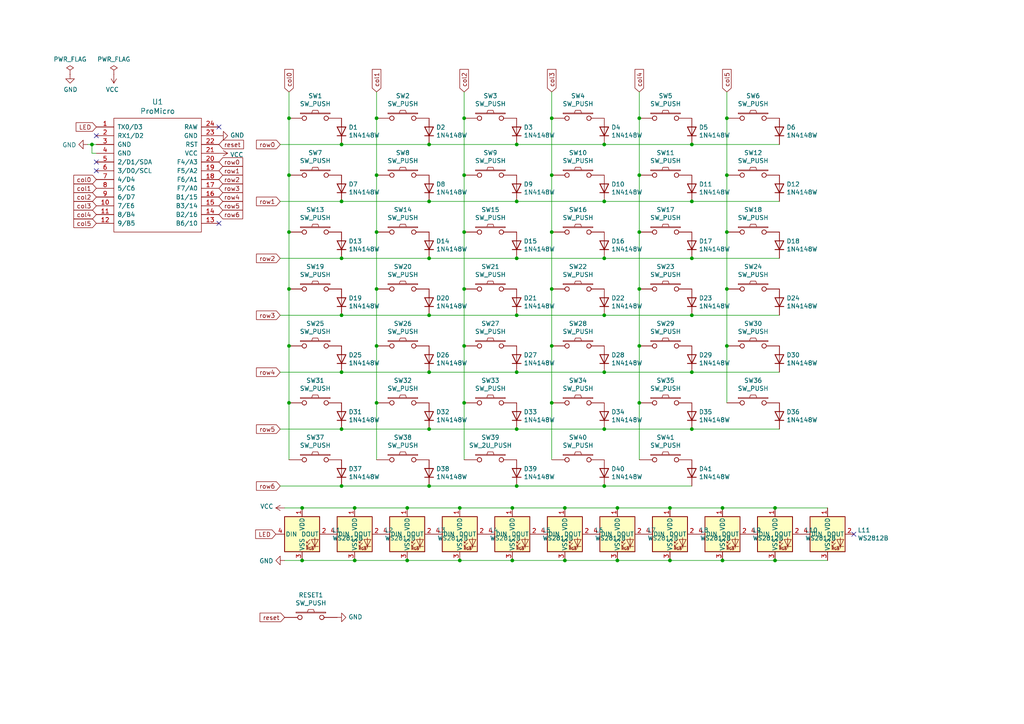
<source format=kicad_sch>
(kicad_sch (version 20230121) (generator eeschema)
  (paper "A4")
  (title_block (title "REVIUNG41") (date "2019-12-18") (rev "1.3"))
  (lib_symbols
    (symbol "Diode:1N4148W" (pin_numbers hide) (pin_names hide)
      (property "Reference" "D" (at 0 2.54 0))
      (property "Value" "1N4148W" (at 0 -2.54 0))
      (symbol "1N4148W_0_1"
        (polyline (pts (xy -1.27 1.27) (xy -1.27 -1.27)) (stroke (width 0.254)))
        (polyline (pts (xy 1.27 0) (xy -1.27 0)))
        (polyline (pts (xy 1.27 1.27) (xy 1.27 -1.27) (xy -1.27 0) (xy 1.27 1.27)) (stroke (width 0.254)))
      )
      (symbol "1N4148W_1_1"
        (pin passive line (at -3.81 0 0) (length 2.54) (name "K") (number "1"))
        (pin passive line (at 3.81 0 180) (length 2.54) (name "A") (number "2"))
      )
    )
    (symbol "LED:WS2812B" (pin_names (offset 0.254))
      (property "Reference" "D" (at 5.08 5.715 0))
      (property "Value" "WS2812B" (at 1.27 -5.715 0))
      (symbol "WS2812B_0_0"
        (text "RGB" (at 2.286 -4.191 0) (effects (font (size 0.762 0.762))))
      )
      (symbol "WS2812B_0_1"
        (polyline (pts (xy 1.27 -3.556) (xy 1.778 -3.556)))
        (polyline (pts (xy 1.27 -2.54) (xy 1.778 -2.54)))
        (polyline (pts (xy 4.699 -3.556) (xy 2.667 -3.556)))
        (polyline (pts (xy 2.286 -2.54) (xy 1.27 -3.556) (xy 1.27 -3.048)))
        (polyline (pts (xy 2.286 -1.524) (xy 1.27 -2.54) (xy 1.27 -2.032)))
        (polyline (pts (xy 3.683 -1.016) (xy 3.683 -3.556) (xy 3.683 -4.064)))
        (polyline (pts (xy 4.699 -1.524) (xy 2.667 -1.524) (xy 3.683 -3.556) (xy 4.699 -1.524)))
        (rectangle (start 5.08 5.08) (end -5.08 -5.08) (stroke (width 0.254)) (fill (type background)))
      )
      (symbol "WS2812B_1_1"
        (pin power_in line (at 0 7.62 270) (length 2.54) (name "VDD") (number "1"))
        (pin output line (at 7.62 0 180) (length 2.54) (name "DOUT") (number "2"))
        (pin power_in line (at 0 -7.62 90) (length 2.54) (name "VSS") (number "3"))
        (pin input line (at -7.62 0 0) (length 2.54) (name "DIN") (number "4"))
      )
    )
    (symbol "power:GND" (power) (pin_names (offset 0))
      (property "Value" "GND" (at 0 -3.81 0))
      (symbol "GND_0_1"
        (polyline (pts (xy 0 0) (xy 0 -1.27) (xy 1.27 -1.27) (xy 0 -2.54) (xy -1.27 -1.27) (xy 0 -1.27)))
      )
      (symbol "GND_1_1"
        (pin power_in line (at 0 0 270) (length 0) hide (name "GND") (number "1"))
      )
    )
    (symbol "power:PWR_FLAG" (power) (pin_numbers hide) (pin_names (offset 0) hide)
      (property "Value" "PWR_FLAG" (at 0 3.81 0))
      (symbol "PWR_FLAG_0_0"
        (pin power_out line (at 0 0 90) (length 0) (name "pwr") (number "1"))
      )
      (symbol "PWR_FLAG_0_1"
        (polyline (pts (xy 0 0) (xy 0 1.27) (xy -1.016 1.905) (xy 0 2.54) (xy 1.016 1.905) (xy 0 1.27)))
      )
    )
    (symbol "power:VCC" (power) (pin_names (offset 0))
      (property "Value" "VCC" (at 0 3.81 0))
      (symbol "VCC_0_1"
        (polyline (pts (xy -0.762 1.27) (xy 0 2.54)))
        (polyline (pts (xy 0 0) (xy 0 2.54)))
        (polyline (pts (xy 0 2.54) (xy 0.762 1.27)))
      )
      (symbol "VCC_1_1"
        (pin power_in line (at 0 0 90) (length 0) hide (name "VCC") (number "1"))
      )
    )
    (symbol "reviung41-rescue:ProMicro-_reviung-kbd" (pin_names (offset 1.016))
      (property "Reference" "U" (at 0 24.13 0))
      (property "Value" "_reviung-kbd_ProMicro" (at 0 -13.97 0))
      (symbol "ProMicro-_reviung-kbd_0_1"
        (rectangle (start -12.7 21.59) (end 12.7 -11.43))
      )
      (symbol "ProMicro-_reviung-kbd_1_1"
        (pin bidirectional line (at -17.78 19.05 0) (length 5.08) (name "TX0/D3") (number "1"))
        (pin bidirectional line (at -17.78 -3.81 0) (length 5.08) (name "7/E6") (number "10"))
        (pin bidirectional line (at -17.78 -6.35 0) (length 5.08) (name "8/B4") (number "11"))
        (pin bidirectional line (at -17.78 -8.89 0) (length 5.08) (name "9/B5") (number "12"))
        (pin bidirectional line (at 17.78 -8.89 180) (length 5.08) (name "B6/10") (number "13"))
        (pin bidirectional line (at 17.78 -6.35 180) (length 5.08) (name "B2/16") (number "14"))
        (pin bidirectional line (at 17.78 -3.81 180) (length 5.08) (name "B3/14") (number "15"))
        (pin bidirectional line (at 17.78 -1.27 180) (length 5.08) (name "B1/15") (number "16"))
        (pin bidirectional line (at 17.78 1.27 180) (length 5.08) (name "F7/A0") (number "17"))
        (pin bidirectional line (at 17.78 3.81 180) (length 5.08) (name "F6/A1") (number "18"))
        (pin bidirectional line (at 17.78 6.35 180) (length 5.08) (name "F5/A2") (number "19"))
        (pin bidirectional line (at -17.78 16.51 0) (length 5.08) (name "RX1/D2") (number "2"))
        (pin bidirectional line (at 17.78 8.89 180) (length 5.08) (name "F4/A3") (number "20"))
        (pin power_in line (at 17.78 11.43 180) (length 5.08) (name "VCC") (number "21"))
        (pin input line (at 17.78 13.97 180) (length 5.08) (name "RST") (number "22"))
        (pin power_in line (at 17.78 16.51 180) (length 5.08) (name "GND") (number "23"))
        (pin power_out line (at 17.78 19.05 180) (length 5.08) (name "RAW") (number "24"))
        (pin power_in line (at -17.78 13.97 0) (length 5.08) (name "GND") (number "3"))
        (pin power_in line (at -17.78 11.43 0) (length 5.08) (name "GND") (number "4"))
        (pin bidirectional line (at -17.78 8.89 0) (length 5.08) (name "2/D1/SDA") (number "5"))
        (pin bidirectional line (at -17.78 6.35 0) (length 5.08) (name "3/D0/SCL") (number "6"))
        (pin bidirectional line (at -17.78 3.81 0) (length 5.08) (name "4/D4") (number "7"))
        (pin bidirectional line (at -17.78 1.27 0) (length 5.08) (name "5/C6") (number "8"))
        (pin bidirectional line (at -17.78 -1.27 0) (length 5.08) (name "6/D7") (number "9"))
      )
    )
    (symbol "reviung41-rescue:SW_PUSH-_reviung-kbd" (pin_numbers hide) (pin_names (offset 1.016) hide)
      (property "Reference" "SW" (at 3.81 2.794 0))
      (property "Value" "_reviung-kbd_SW_PUSH" (at 0 -2.032 0))
      (symbol "SW_PUSH-_reviung-kbd_0_1"
        (rectangle (start -4.318 1.27) (end 4.318 1.524))
        (polyline (pts (xy -1.016 1.524) (xy -0.762 2.286) (xy 0.762 2.286) (xy 1.016 1.524)))
        (pin passive inverted (at -7.62 0 0) (length 5.08) (name "1") (number "1"))
        (pin passive inverted (at 7.62 0 180) (length 5.08) (name "2") (number "2"))
      )
    )
  )
  (junction (at 133.35 162.56))
  (junction (at 185.42 67.31))
  (junction (at 109.22 67.31))
  (junction (at 133.35 147.32))
  (junction (at 83.82 83.82))
  (junction (at 109.22 34.29))
  (junction (at 149.86 58.42))
  (junction (at 124.46 74.93))
  (junction (at 134.62 100.33))
  (junction (at 185.42 116.84))
  (junction (at 134.62 83.82))
  (junction (at 175.26 107.95))
  (junction (at 99.06 58.42))
  (junction (at 83.82 67.31))
  (junction (at 160.02 67.31))
  (junction (at 134.62 116.84))
  (junction (at 175.26 140.97))
  (junction (at 179.07 147.32))
  (junction (at 200.66 74.93))
  (junction (at 109.22 116.84))
  (junction (at 83.82 50.8))
  (junction (at 149.86 124.46))
  (junction (at 160.02 116.84))
  (junction (at 99.06 140.97))
  (junction (at 102.87 147.32))
  (junction (at 185.42 100.33))
  (junction (at 148.59 147.32))
  (junction (at 160.02 100.33))
  (junction (at 175.26 74.93))
  (junction (at 175.26 124.46))
  (junction (at 175.26 58.42))
  (junction (at 224.79 147.32))
  (junction (at 124.46 41.91))
  (junction (at 160.02 34.29))
  (junction (at 134.62 50.8))
  (junction (at 134.62 67.31))
  (junction (at 99.06 91.44))
  (junction (at 149.86 74.93))
  (junction (at 210.82 67.31))
  (junction (at 224.79 162.56))
  (junction (at 109.22 83.82))
  (junction (at 200.66 107.95))
  (junction (at 149.86 91.44))
  (junction (at 124.46 58.42))
  (junction (at 148.59 162.56))
  (junction (at 149.86 41.91))
  (junction (at 124.46 124.46))
  (junction (at 99.06 41.91))
  (junction (at 124.46 140.97))
  (junction (at 194.31 162.56))
  (junction (at 102.87 162.56))
  (junction (at 194.31 147.32))
  (junction (at 200.66 58.42))
  (junction (at 99.06 107.95))
  (junction (at 175.26 41.91))
  (junction (at 87.63 162.56))
  (junction (at 26.67 41.91))
  (junction (at 87.63 147.32))
  (junction (at 200.66 91.44))
  (junction (at 83.82 116.84))
  (junction (at 160.02 50.8))
  (junction (at 118.11 147.32))
  (junction (at 83.82 34.29))
  (junction (at 124.46 107.95))
  (junction (at 134.62 34.29))
  (junction (at 210.82 100.33))
  (junction (at 99.06 124.46))
  (junction (at 210.82 34.29))
  (junction (at 109.22 50.8))
  (junction (at 163.83 162.56))
  (junction (at 99.06 74.93))
  (junction (at 83.82 100.33))
  (junction (at 109.22 100.33))
  (junction (at 160.02 83.82))
  (junction (at 118.11 162.56))
  (junction (at 200.66 41.91))
  (junction (at 210.82 83.82))
  (junction (at 149.86 140.97))
  (junction (at 163.83 147.32))
  (junction (at 175.26 91.44))
  (junction (at 124.46 91.44))
  (junction (at 185.42 83.82))
  (junction (at 149.86 107.95))
  (junction (at 185.42 50.8))
  (junction (at 185.42 34.29))
  (junction (at 210.82 50.8))
  (junction (at 179.07 162.56))
  (junction (at 209.55 147.32))
  (junction (at 209.55 162.56))
  (junction (at 200.66 124.46))
  (no_connect (at 63.5 64.77))
  (no_connect (at 63.5 36.83))
  (no_connect (at 247.65 154.94))
  (no_connect (at 27.94 46.99))
  (no_connect (at 27.94 39.37))
  (no_connect (at 27.94 49.53))
  (wire (pts (xy 200.66 58.42) (xy 226.06 58.42)))
  (wire (pts (xy 133.35 147.32) (xy 148.59 147.32)))
  (wire (pts (xy 81.28 124.46) (xy 99.06 124.46)))
  (wire (pts (xy 194.31 147.32) (xy 209.55 147.32)))
  (wire (pts (xy 194.31 162.56) (xy 209.55 162.56)))
  (wire (pts (xy 99.06 107.95) (xy 124.46 107.95)))
  (wire (pts (xy 149.86 124.46) (xy 175.26 124.46)))
  (wire (pts (xy 200.66 91.44) (xy 226.06 91.44)))
  (wire (pts (xy 87.63 147.32) (xy 102.87 147.32)))
  (wire (pts (xy 163.83 162.56) (xy 179.07 162.56)))
  (wire (pts (xy 185.42 67.31) (xy 185.42 83.82)))
  (wire (pts (xy 148.59 147.32) (xy 163.83 147.32)))
  (wire (pts (xy 224.79 147.32) (xy 240.03 147.32)))
  (wire (pts (xy 160.02 100.33) (xy 160.02 116.84)))
  (wire (pts (xy 149.86 140.97) (xy 175.26 140.97)))
  (wire (pts (xy 149.86 74.93) (xy 175.26 74.93)))
  (wire (pts (xy 81.28 58.42) (xy 99.06 58.42)))
  (wire (pts (xy 83.82 100.33) (xy 83.82 116.84)))
  (wire (pts (xy 200.66 107.95) (xy 226.06 107.95)))
  (wire (pts (xy 118.11 147.32) (xy 133.35 147.32)))
  (wire (pts (xy 149.86 41.91) (xy 175.26 41.91)))
  (wire (pts (xy 185.42 50.8) (xy 185.42 67.31)))
  (wire (pts (xy 81.28 107.95) (xy 99.06 107.95)))
  (wire (pts (xy 118.11 162.56) (xy 133.35 162.56)))
  (wire (pts (xy 160.02 83.82) (xy 160.02 100.33)))
  (wire (pts (xy 210.82 67.31) (xy 210.82 83.82)))
  (wire (pts (xy 185.42 100.33) (xy 185.42 116.84)))
  (wire (pts (xy 124.46 107.95) (xy 149.86 107.95)))
  (wire (pts (xy 124.46 124.46) (xy 149.86 124.46)))
  (wire (pts (xy 175.26 140.97) (xy 200.66 140.97)))
  (wire (pts (xy 83.82 26.67) (xy 83.82 34.29)))
  (wire (pts (xy 185.42 26.67) (xy 185.42 34.29)))
  (wire (pts (xy 209.55 147.32) (xy 224.79 147.32)))
  (wire (pts (xy 124.46 41.91) (xy 149.86 41.91)))
  (wire (pts (xy 102.87 147.32) (xy 118.11 147.32)))
  (wire (pts (xy 81.28 74.93) (xy 99.06 74.93)))
  (wire (pts (xy 81.28 41.91) (xy 99.06 41.91)))
  (wire (pts (xy 133.35 162.56) (xy 148.59 162.56)))
  (wire (pts (xy 200.66 124.46) (xy 226.06 124.46)))
  (wire (pts (xy 124.46 74.93) (xy 149.86 74.93)))
  (wire (pts (xy 175.26 74.93) (xy 200.66 74.93)))
  (wire (pts (xy 134.62 67.31) (xy 134.62 83.82)))
  (wire (pts (xy 160.02 50.8) (xy 160.02 67.31)))
  (wire (pts (xy 82.55 147.32) (xy 87.63 147.32)))
  (wire (pts (xy 209.55 162.56) (xy 224.79 162.56)))
  (wire (pts (xy 99.06 91.44) (xy 124.46 91.44)))
  (wire (pts (xy 185.42 34.29) (xy 185.42 50.8)))
  (wire (pts (xy 82.55 162.56) (xy 87.63 162.56)))
  (wire (pts (xy 185.42 116.84) (xy 185.42 133.35)))
  (wire (pts (xy 134.62 26.67) (xy 134.62 34.29)))
  (wire (pts (xy 160.02 67.31) (xy 160.02 83.82)))
  (wire (pts (xy 83.82 67.31) (xy 83.82 83.82)))
  (wire (pts (xy 175.26 91.44) (xy 200.66 91.44)))
  (wire (pts (xy 160.02 116.84) (xy 160.02 133.35)))
  (wire (pts (xy 134.62 34.29) (xy 134.62 50.8)))
  (wire (pts (xy 102.87 162.56) (xy 118.11 162.56)))
  (wire (pts (xy 210.82 116.84) (xy 210.82 100.33)))
  (wire (pts (xy 99.06 124.46) (xy 124.46 124.46)))
  (wire (pts (xy 81.28 91.44) (xy 99.06 91.44)))
  (wire (pts (xy 99.06 41.91) (xy 124.46 41.91)))
  (wire (pts (xy 200.66 74.93) (xy 226.06 74.93)))
  (wire (pts (xy 27.94 44.45) (xy 26.67 44.45)))
  (wire (pts (xy 160.02 34.29) (xy 160.02 50.8)))
  (wire (pts (xy 81.28 140.97) (xy 99.06 140.97)))
  (wire (pts (xy 109.22 67.31) (xy 109.22 83.82)))
  (wire (pts (xy 83.82 34.29) (xy 83.82 50.8)))
  (wire (pts (xy 99.06 140.97) (xy 124.46 140.97)))
  (wire (pts (xy 124.46 58.42) (xy 149.86 58.42)))
  (wire (pts (xy 134.62 83.82) (xy 134.62 100.33)))
  (wire (pts (xy 109.22 50.8) (xy 109.22 67.31)))
  (wire (pts (xy 210.82 34.29) (xy 210.82 50.8)))
  (wire (pts (xy 109.22 100.33) (xy 109.22 116.84)))
  (wire (pts (xy 134.62 100.33) (xy 134.62 116.84)))
  (wire (pts (xy 99.06 74.93) (xy 124.46 74.93)))
  (wire (pts (xy 160.02 26.67) (xy 160.02 34.29)))
  (wire (pts (xy 26.67 41.91) (xy 25.4 41.91)))
  (wire (pts (xy 210.82 26.67) (xy 210.82 34.29)))
  (wire (pts (xy 210.82 50.8) (xy 210.82 67.31)))
  (wire (pts (xy 83.82 50.8) (xy 83.82 67.31)))
  (wire (pts (xy 179.07 162.56) (xy 194.31 162.56)))
  (wire (pts (xy 134.62 116.84) (xy 134.62 133.35)))
  (wire (pts (xy 175.26 124.46) (xy 200.66 124.46)))
  (wire (pts (xy 185.42 83.82) (xy 185.42 100.33)))
  (wire (pts (xy 134.62 50.8) (xy 134.62 67.31)))
  (wire (pts (xy 27.94 41.91) (xy 26.67 41.91)))
  (wire (pts (xy 26.67 44.45) (xy 26.67 41.91)))
  (wire (pts (xy 224.79 162.56) (xy 240.03 162.56)))
  (wire (pts (xy 175.26 58.42) (xy 200.66 58.42)))
  (wire (pts (xy 109.22 116.84) (xy 109.22 133.35)))
  (wire (pts (xy 124.46 140.97) (xy 149.86 140.97)))
  (wire (pts (xy 83.82 83.82) (xy 83.82 100.33)))
  (wire (pts (xy 210.82 83.82) (xy 210.82 100.33)))
  (wire (pts (xy 102.87 162.56) (xy 87.63 162.56)))
  (wire (pts (xy 149.86 107.95) (xy 175.26 107.95)))
  (wire (pts (xy 99.06 58.42) (xy 124.46 58.42)))
  (wire (pts (xy 200.66 41.91) (xy 226.06 41.91)))
  (wire (pts (xy 109.22 83.82) (xy 109.22 100.33)))
  (wire (pts (xy 83.82 116.84) (xy 83.82 133.35)))
  (wire (pts (xy 175.26 41.91) (xy 200.66 41.91)))
  (wire (pts (xy 124.46 91.44) (xy 149.86 91.44)))
  (wire (pts (xy 163.83 147.32) (xy 179.07 147.32)))
  (wire (pts (xy 179.07 147.32) (xy 194.31 147.32)))
  (wire (pts (xy 149.86 91.44) (xy 175.26 91.44)))
  (wire (pts (xy 109.22 34.29) (xy 109.22 50.8)))
  (wire (pts (xy 175.26 107.95) (xy 200.66 107.95)))
  (wire (pts (xy 109.22 26.67) (xy 109.22 34.29)))
  (wire (pts (xy 148.59 162.56) (xy 163.83 162.56)))
  (wire (pts (xy 149.86 58.42) (xy 175.26 58.42)))
  (global_label "col0" (shape input) (at 27.94 52.07 180) (property "Intersheetrefs" "${INTERSHEET_REFS}" (effects hide)))
  (global_label "row0" (shape input) (at 63.5 46.99 0) (property "Intersheetrefs" "${INTERSHEET_REFS}" (effects hide)))
  (global_label "row0" (shape input) (at 81.28 41.91 180) (property "Intersheetrefs" "${INTERSHEET_REFS}" (effects hide)))
  (global_label "row3" (shape input) (at 63.5 54.61 0) (property "Intersheetrefs" "${INTERSHEET_REFS}" (effects hide)))
  (global_label "row2" (shape input) (at 63.5 52.07 0) (property "Intersheetrefs" "${INTERSHEET_REFS}" (effects hide)))
  (global_label "col2" (shape input) (at 134.62 26.67 90) (property "Intersheetrefs" "${INTERSHEET_REFS}" (effects hide)))
  (global_label "col4" (shape input) (at 27.94 62.23 180) (property "Intersheetrefs" "${INTERSHEET_REFS}" (effects hide)))
  (global_label "col0" (shape input) (at 83.82 26.67 90) (property "Intersheetrefs" "${INTERSHEET_REFS}" (effects hide)))
  (global_label "row2" (shape input) (at 81.28 74.93 180) (property "Intersheetrefs" "${INTERSHEET_REFS}" (effects hide)))
  (global_label "LED" (shape input) (at 27.94 36.83 180) (property "Intersheetrefs" "${INTERSHEET_REFS}" (effects hide)))
  (global_label "col5" (shape input) (at 210.82 26.67 90) (property "Intersheetrefs" "${INTERSHEET_REFS}" (effects hide)))
  (global_label "row4" (shape input) (at 81.28 107.95 180) (property "Intersheetrefs" "${INTERSHEET_REFS}" (effects hide)))
  (global_label "row5" (shape input) (at 81.28 124.46 180) (property "Intersheetrefs" "${INTERSHEET_REFS}" (effects hide)))
  (global_label "col4" (shape input) (at 185.42 26.67 90) (property "Intersheetrefs" "${INTERSHEET_REFS}" (effects hide)))
  (global_label "row5" (shape input) (at 63.5 59.69 0) (property "Intersheetrefs" "${INTERSHEET_REFS}" (effects hide)))
  (global_label "reset" (shape input) (at 82.55 179.07 180) (property "Intersheetrefs" "${INTERSHEET_REFS}" (effects hide)))
  (global_label "col5" (shape input) (at 27.94 64.77 180) (property "Intersheetrefs" "${INTERSHEET_REFS}" (effects hide)))
  (global_label "col2" (shape input) (at 27.94 57.15 180) (property "Intersheetrefs" "${INTERSHEET_REFS}" (effects hide)))
  (global_label "row4" (shape input) (at 63.5 57.15 0) (property "Intersheetrefs" "${INTERSHEET_REFS}" (effects hide)))
  (global_label "col1" (shape input) (at 27.94 54.61 180) (property "Intersheetrefs" "${INTERSHEET_REFS}" (effects hide)))
  (global_label "row1" (shape input) (at 81.28 58.42 180) (property "Intersheetrefs" "${INTERSHEET_REFS}" (effects hide)))
  (global_label "row6" (shape input) (at 81.28 140.97 180) (property "Intersheetrefs" "${INTERSHEET_REFS}" (effects hide)))
  (global_label "row6" (shape input) (at 63.5 62.23 0) (property "Intersheetrefs" "${INTERSHEET_REFS}" (effects hide)))
  (global_label "LED" (shape input) (at 80.01 154.94 180) (property "Intersheetrefs" "${INTERSHEET_REFS}" (effects hide)))
  (global_label "reset" (shape input) (at 63.5 41.91 0) (property "Intersheetrefs" "${INTERSHEET_REFS}" (effects hide)))
  (global_label "col3" (shape input) (at 27.94 59.69 180) (property "Intersheetrefs" "${INTERSHEET_REFS}" (effects hide)))
  (global_label "row3" (shape input) (at 81.28 91.44 180) (property "Intersheetrefs" "${INTERSHEET_REFS}" (effects hide)))
  (global_label "row1" (shape input) (at 63.5 49.53 0) (property "Intersheetrefs" "${INTERSHEET_REFS}" (effects hide)))
  (global_label "col1" (shape input) (at 109.22 26.67 90) (property "Intersheetrefs" "${INTERSHEET_REFS}" (effects hide)))
  (global_label "col3" (shape input) (at 160.02 26.67 90) (property "Intersheetrefs" "${INTERSHEET_REFS}" (effects hide)))
  (symbol (lib_id "power:PWR_FLAG") (at 20.32 21.59 0) (unit 1)
    (property "Reference" "#FLG01" (effects hide))
    (property "Value" "PWR_FLAG" (at 20.32 17.1958 0))
  )
  (symbol (lib_id "power:GND") (at 20.32 21.59 0) (unit 1)
    (property "Reference" "#PWR01" (effects hide))
    (property "Value" "GND" (at 20.447 25.9842 0))
  )
  (symbol (lib_id "power:PWR_FLAG") (at 33.02 21.59 0) (unit 1)
    (property "Reference" "#FLG02" (effects hide))
    (property "Value" "PWR_FLAG" (at 33.02 17.1958 0))
  )
  (symbol (lib_id "power:VCC") (at 33.02 21.59 180) (unit 1)
    (property "Reference" "#PWR02" (effects hide))
    (property "Value" "VCC" (at 32.5628 25.9842 0))
  )
  (symbol (lib_id "reviung41-rescue:ProMicro-_reviung-kbd") (at 45.72 55.88 0) (unit 1)
    (property "Reference" "U1" (at 45.72 29.5402 0) (effects (font (size 1.524 1.524))))
    (property "Value" "ProMicro" (at 45.72 32.2326 0) (effects (font (size 1.524 1.524))))
    (property "Footprint" "_reviung-kbd:ProMicro" (effects hide))
  )
  (symbol (lib_id "power:GND") (at 63.5 39.37 90) (unit 1)
    (property "Reference" "#PWR03" (effects hide))
    (property "Value" "GND" (at 66.7512 39.243 90) (effects (justify right)))
  )
  (symbol (lib_id "power:VCC") (at 63.5 44.45 270) (unit 1)
    (property "Reference" "#PWR05" (effects hide))
    (property "Value" "VCC" (at 66.7512 44.8818 90) (effects (justify left)))
  )
  (symbol (lib_id "power:GND") (at 25.4 41.91 270) (unit 1)
    (property "Reference" "#PWR04" (effects hide))
    (property "Value" "GND" (at 22.1488 42.037 90) (effects (justify right)))
  )
  (symbol (lib_id "reviung41-rescue:SW_PUSH-_reviung-kbd") (at 91.44 34.29 0) (unit 1)
    (property "Reference" "SW1" (at 91.44 27.813 0))
    (property "Value" "SW_PUSH" (at 91.44 30.1244 0))
    (property "Footprint" "_reviung-kbd:MXOnly-1U-Hotswap" (effects hide))
  )
  (symbol (lib_id "Diode:1N4148W") (at 99.06 38.1 90) (unit 1)
    (property "Reference" "D1" (at 101.092 36.9316 90) (effects (justify right)))
    (property "Value" "1N4148W" (at 101.092 39.243 90) (effects (justify right)))
    (property "Footprint" "_reviung-kbd:D3_SMD_1side" (effects hide))
    (property "Datasheet" "https://www.vishay.com/docs/85748/1n4148w.pdf" (effects hide))
  )
  (symbol (lib_id "reviung41-rescue:SW_PUSH-_reviung-kbd") (at 116.84 34.29 0) (unit 1)
    (property "Reference" "SW2" (at 116.84 27.813 0))
    (property "Value" "SW_PUSH" (at 116.84 30.1244 0))
    (property "Footprint" "_reviung-kbd:MXOnly-1U-Hotswap" (effects hide))
  )
  (symbol (lib_id "Diode:1N4148W") (at 124.46 38.1 90) (unit 1)
    (property "Reference" "D2" (at 126.492 36.9316 90) (effects (justify right)))
    (property "Value" "1N4148W" (at 126.492 39.243 90) (effects (justify right)))
    (property "Footprint" "_reviung-kbd:D3_SMD_1side" (effects hide))
    (property "Datasheet" "https://www.vishay.com/docs/85748/1n4148w.pdf" (effects hide))
  )
  (symbol (lib_id "reviung41-rescue:SW_PUSH-_reviung-kbd") (at 142.24 34.29 0) (unit 1)
    (property "Reference" "SW3" (at 142.24 27.813 0))
    (property "Value" "SW_PUSH" (at 142.24 30.1244 0))
    (property "Footprint" "_reviung-kbd:MXOnly-1U-Hotswap" (effects hide))
  )
  (symbol (lib_id "Diode:1N4148W") (at 149.86 38.1 90) (unit 1)
    (property "Reference" "D3" (at 151.892 36.9316 90) (effects (justify right)))
    (property "Value" "1N4148W" (at 151.892 39.243 90) (effects (justify right)))
    (property "Footprint" "_reviung-kbd:D3_SMD_1side" (effects hide))
    (property "Datasheet" "https://www.vishay.com/docs/85748/1n4148w.pdf" (effects hide))
  )
  (symbol (lib_id "reviung41-rescue:SW_PUSH-_reviung-kbd") (at 167.64 34.29 0) (unit 1)
    (property "Reference" "SW4" (at 167.64 27.813 0))
    (property "Value" "SW_PUSH" (at 167.64 30.1244 0))
    (property "Footprint" "_reviung-kbd:MXOnly-1U-Hotswap" (effects hide))
  )
  (symbol (lib_id "Diode:1N4148W") (at 175.26 38.1 90) (unit 1)
    (property "Reference" "D4" (at 177.292 36.9316 90) (effects (justify right)))
    (property "Value" "1N4148W" (at 177.292 39.243 90) (effects (justify right)))
    (property "Footprint" "_reviung-kbd:D3_SMD_1side" (effects hide))
    (property "Datasheet" "https://www.vishay.com/docs/85748/1n4148w.pdf" (effects hide))
  )
  (symbol (lib_id "reviung41-rescue:SW_PUSH-_reviung-kbd") (at 193.04 34.29 0) (unit 1)
    (property "Reference" "SW5" (at 193.04 27.813 0))
    (property "Value" "SW_PUSH" (at 193.04 30.1244 0))
    (property "Footprint" "_reviung-kbd:MXOnly-1U-Hotswap" (effects hide))
  )
  (symbol (lib_id "Diode:1N4148W") (at 200.66 38.1 90) (unit 1)
    (property "Reference" "D5" (at 202.692 36.9316 90) (effects (justify right)))
    (property "Value" "1N4148W" (at 202.692 39.243 90) (effects (justify right)))
    (property "Footprint" "_reviung-kbd:D3_SMD_1side" (effects hide))
    (property "Datasheet" "https://www.vishay.com/docs/85748/1n4148w.pdf" (effects hide))
  )
  (symbol (lib_id "reviung41-rescue:SW_PUSH-_reviung-kbd") (at 218.44 34.29 0) (unit 1)
    (property "Reference" "SW6" (at 218.44 27.813 0))
    (property "Value" "SW_PUSH" (at 218.44 30.1244 0))
    (property "Footprint" "_reviung-kbd:MXOnly-1U-Hotswap" (effects hide))
  )
  (symbol (lib_id "Diode:1N4148W") (at 226.06 38.1 90) (unit 1)
    (property "Reference" "D6" (at 228.092 36.9316 90) (effects (justify right)))
    (property "Value" "1N4148W" (at 228.092 39.243 90) (effects (justify right)))
    (property "Footprint" "_reviung-kbd:D3_SMD_1side" (effects hide))
    (property "Datasheet" "https://www.vishay.com/docs/85748/1n4148w.pdf" (effects hide))
  )
  (symbol (lib_id "Diode:1N4148W") (at 175.26 54.61 90) (unit 1)
    (property "Reference" "D10" (at 177.292 53.4416 90) (effects (justify right)))
    (property "Value" "1N4148W" (at 177.292 55.753 90) (effects (justify right)))
    (property "Footprint" "_reviung-kbd:D3_SMD_1side" (effects hide))
    (property "Datasheet" "https://www.vishay.com/docs/85748/1n4148w.pdf" (effects hide))
  )
  (symbol (lib_id "reviung41-rescue:SW_PUSH-_reviung-kbd") (at 167.64 50.8 0) (unit 1)
    (property "Reference" "SW10" (at 167.64 44.323 0))
    (property "Value" "SW_PUSH" (at 167.64 46.6344 0))
    (property "Footprint" "_reviung-kbd:MXOnly-1U-Hotswap" (effects hide))
  )
  (symbol (lib_id "Diode:1N4148W") (at 149.86 54.61 90) (unit 1)
    (property "Reference" "D9" (at 151.892 53.4416 90) (effects (justify right)))
    (property "Value" "1N4148W" (at 151.892 55.753 90) (effects (justify right)))
    (property "Footprint" "_reviung-kbd:D3_SMD_1side" (effects hide))
    (property "Datasheet" "https://www.vishay.com/docs/85748/1n4148w.pdf" (effects hide))
  )
  (symbol (lib_id "reviung41-rescue:SW_PUSH-_reviung-kbd") (at 142.24 50.8 0) (unit 1)
    (property "Reference" "SW9" (at 142.24 44.323 0))
    (property "Value" "SW_PUSH" (at 142.24 46.6344 0))
    (property "Footprint" "_reviung-kbd:MXOnly-1U-Hotswap" (effects hide))
  )
  (symbol (lib_id "Diode:1N4148W") (at 124.46 54.61 90) (unit 1)
    (property "Reference" "D8" (at 126.492 53.4416 90) (effects (justify right)))
    (property "Value" "1N4148W" (at 126.492 55.753 90) (effects (justify right)))
    (property "Footprint" "_reviung-kbd:D3_SMD_1side" (effects hide))
    (property "Datasheet" "https://www.vishay.com/docs/85748/1n4148w.pdf" (effects hide))
  )
  (symbol (lib_id "reviung41-rescue:SW_PUSH-_reviung-kbd") (at 116.84 50.8 0) (unit 1)
    (property "Reference" "SW8" (at 116.84 44.323 0))
    (property "Value" "SW_PUSH" (at 116.84 46.6344 0))
    (property "Footprint" "_reviung-kbd:MXOnly-1U-Hotswap" (effects hide))
  )
  (symbol (lib_id "Diode:1N4148W") (at 99.06 54.61 90) (unit 1)
    (property "Reference" "D7" (at 101.092 53.4416 90) (effects (justify right)))
    (property "Value" "1N4148W" (at 101.092 55.753 90) (effects (justify right)))
    (property "Footprint" "_reviung-kbd:D3_SMD_1side" (effects hide))
    (property "Datasheet" "https://www.vishay.com/docs/85748/1n4148w.pdf" (effects hide))
  )
  (symbol (lib_id "reviung41-rescue:SW_PUSH-_reviung-kbd") (at 91.44 50.8 0) (unit 1)
    (property "Reference" "SW7" (at 91.44 44.323 0))
    (property "Value" "SW_PUSH" (at 91.44 46.6344 0))
    (property "Footprint" "_reviung-kbd:MXOnly-1U-Hotswap" (effects hide))
  )
  (symbol (lib_id "reviung41-rescue:SW_PUSH-_reviung-kbd") (at 193.04 50.8 0) (unit 1)
    (property "Reference" "SW11" (at 193.04 44.323 0))
    (property "Value" "SW_PUSH" (at 193.04 46.6344 0))
    (property "Footprint" "_reviung-kbd:MXOnly-1U-Hotswap" (effects hide))
  )
  (symbol (lib_id "Diode:1N4148W") (at 200.66 54.61 90) (unit 1)
    (property "Reference" "D11" (at 202.692 53.4416 90) (effects (justify right)))
    (property "Value" "1N4148W" (at 202.692 55.753 90) (effects (justify right)))
    (property "Footprint" "_reviung-kbd:D3_SMD_1side" (effects hide))
    (property "Datasheet" "https://www.vishay.com/docs/85748/1n4148w.pdf" (effects hide))
  )
  (symbol (lib_id "reviung41-rescue:SW_PUSH-_reviung-kbd") (at 218.44 50.8 0) (unit 1)
    (property "Reference" "SW12" (at 218.44 44.323 0))
    (property "Value" "SW_PUSH" (at 218.44 46.6344 0))
    (property "Footprint" "_reviung-kbd:MXOnly-1U-Hotswap" (effects hide))
  )
  (symbol (lib_id "Diode:1N4148W") (at 226.06 54.61 90) (unit 1)
    (property "Reference" "D12" (at 228.092 53.4416 90) (effects (justify right)))
    (property "Value" "1N4148W" (at 228.092 55.753 90) (effects (justify right)))
    (property "Footprint" "_reviung-kbd:D3_SMD_1side" (effects hide))
    (property "Datasheet" "https://www.vishay.com/docs/85748/1n4148w.pdf" (effects hide))
  )
  (symbol (lib_id "Diode:1N4148W") (at 175.26 71.12 90) (unit 1)
    (property "Reference" "D16" (at 177.292 69.9516 90) (effects (justify right)))
    (property "Value" "1N4148W" (at 177.292 72.263 90) (effects (justify right)))
    (property "Footprint" "_reviung-kbd:D3_SMD_1side" (effects hide))
    (property "Datasheet" "https://www.vishay.com/docs/85748/1n4148w.pdf" (effects hide))
  )
  (symbol (lib_id "reviung41-rescue:SW_PUSH-_reviung-kbd") (at 167.64 67.31 0) (unit 1)
    (property "Reference" "SW16" (at 167.64 60.833 0))
    (property "Value" "SW_PUSH" (at 167.64 63.1444 0))
    (property "Footprint" "_reviung-kbd:MXOnly-1U-Hotswap" (effects hide))
  )
  (symbol (lib_id "Diode:1N4148W") (at 149.86 71.12 90) (unit 1)
    (property "Reference" "D15" (at 151.892 69.9516 90) (effects (justify right)))
    (property "Value" "1N4148W" (at 151.892 72.263 90) (effects (justify right)))
    (property "Footprint" "_reviung-kbd:D3_SMD_1side" (effects hide))
    (property "Datasheet" "https://www.vishay.com/docs/85748/1n4148w.pdf" (effects hide))
  )
  (symbol (lib_id "reviung41-rescue:SW_PUSH-_reviung-kbd") (at 142.24 67.31 0) (unit 1)
    (property "Reference" "SW15" (at 142.24 60.833 0))
    (property "Value" "SW_PUSH" (at 142.24 63.1444 0))
    (property "Footprint" "_reviung-kbd:MXOnly-1U-Hotswap" (effects hide))
  )
  (symbol (lib_id "Diode:1N4148W") (at 124.46 71.12 90) (unit 1)
    (property "Reference" "D14" (at 126.492 69.9516 90) (effects (justify right)))
    (property "Value" "1N4148W" (at 126.492 72.263 90) (effects (justify right)))
    (property "Footprint" "_reviung-kbd:D3_SMD_1side" (effects hide))
    (property "Datasheet" "https://www.vishay.com/docs/85748/1n4148w.pdf" (effects hide))
  )
  (symbol (lib_id "reviung41-rescue:SW_PUSH-_reviung-kbd") (at 116.84 67.31 0) (unit 1)
    (property "Reference" "SW14" (at 116.84 60.833 0))
    (property "Value" "SW_PUSH" (at 116.84 63.1444 0))
    (property "Footprint" "_reviung-kbd:MXOnly-1U-Hotswap" (effects hide))
  )
  (symbol (lib_id "Diode:1N4148W") (at 99.06 71.12 90) (unit 1)
    (property "Reference" "D13" (at 101.092 69.9516 90) (effects (justify right)))
    (property "Value" "1N4148W" (at 101.092 72.263 90) (effects (justify right)))
    (property "Footprint" "_reviung-kbd:D3_SMD_1side" (effects hide))
    (property "Datasheet" "https://www.vishay.com/docs/85748/1n4148w.pdf" (effects hide))
  )
  (symbol (lib_id "reviung41-rescue:SW_PUSH-_reviung-kbd") (at 91.44 67.31 0) (unit 1)
    (property "Reference" "SW13" (at 91.44 60.833 0))
    (property "Value" "SW_PUSH" (at 91.44 63.1444 0))
    (property "Footprint" "_reviung-kbd:MXOnly-1U-Hotswap" (effects hide))
  )
  (symbol (lib_id "reviung41-rescue:SW_PUSH-_reviung-kbd") (at 193.04 67.31 0) (unit 1)
    (property "Reference" "SW17" (at 193.04 60.833 0))
    (property "Value" "SW_PUSH" (at 193.04 63.1444 0))
    (property "Footprint" "_reviung-kbd:MXOnly-1U-Hotswap" (effects hide))
  )
  (symbol (lib_id "Diode:1N4148W") (at 200.66 71.12 90) (unit 1)
    (property "Reference" "D17" (at 202.692 69.9516 90) (effects (justify right)))
    (property "Value" "1N4148W" (at 202.692 72.263 90) (effects (justify right)))
    (property "Footprint" "_reviung-kbd:D3_SMD_1side" (effects hide))
    (property "Datasheet" "https://www.vishay.com/docs/85748/1n4148w.pdf" (effects hide))
  )
  (symbol (lib_id "reviung41-rescue:SW_PUSH-_reviung-kbd") (at 218.44 67.31 0) (unit 1)
    (property "Reference" "SW18" (at 218.44 60.833 0))
    (property "Value" "SW_PUSH" (at 218.44 63.1444 0))
    (property "Footprint" "_reviung-kbd:MXOnly-1U-Hotswap" (effects hide))
  )
  (symbol (lib_id "Diode:1N4148W") (at 226.06 71.12 90) (unit 1)
    (property "Reference" "D18" (at 228.092 69.9516 90) (effects (justify right)))
    (property "Value" "1N4148W" (at 228.092 72.263 90) (effects (justify right)))
    (property "Footprint" "_reviung-kbd:D3_SMD_1side" (effects hide))
    (property "Datasheet" "https://www.vishay.com/docs/85748/1n4148w.pdf" (effects hide))
  )
  (symbol (lib_id "Diode:1N4148W") (at 175.26 87.63 90) (unit 1)
    (property "Reference" "D22" (at 177.292 86.4616 90) (effects (justify right)))
    (property "Value" "1N4148W" (at 177.292 88.773 90) (effects (justify right)))
    (property "Footprint" "_reviung-kbd:D3_SMD_1side" (effects hide))
    (property "Datasheet" "https://www.vishay.com/docs/85748/1n4148w.pdf" (effects hide))
  )
  (symbol (lib_id "reviung41-rescue:SW_PUSH-_reviung-kbd") (at 167.64 83.82 0) (unit 1)
    (property "Reference" "SW22" (at 167.64 77.343 0))
    (property "Value" "SW_PUSH" (at 167.64 79.6544 0))
    (property "Footprint" "_reviung-kbd:MXOnly-1U-Hotswap" (effects hide))
  )
  (symbol (lib_id "Diode:1N4148W") (at 149.86 87.63 90) (unit 1)
    (property "Reference" "D21" (at 151.892 86.4616 90) (effects (justify right)))
    (property "Value" "1N4148W" (at 151.892 88.773 90) (effects (justify right)))
    (property "Footprint" "_reviung-kbd:D3_SMD_1side" (effects hide))
    (property "Datasheet" "https://www.vishay.com/docs/85748/1n4148w.pdf" (effects hide))
  )
  (symbol (lib_id "reviung41-rescue:SW_PUSH-_reviung-kbd") (at 142.24 83.82 0) (unit 1)
    (property "Reference" "SW21" (at 142.24 77.343 0))
    (property "Value" "SW_PUSH" (at 142.24 79.6544 0))
    (property "Footprint" "_reviung-kbd:MXOnly-1U-Hotswap" (effects hide))
  )
  (symbol (lib_id "Diode:1N4148W") (at 124.46 87.63 90) (unit 1)
    (property "Reference" "D20" (at 126.492 86.4616 90) (effects (justify right)))
    (property "Value" "1N4148W" (at 126.492 88.773 90) (effects (justify right)))
    (property "Footprint" "_reviung-kbd:D3_SMD_1side" (effects hide))
    (property "Datasheet" "https://www.vishay.com/docs/85748/1n4148w.pdf" (effects hide))
  )
  (symbol (lib_id "reviung41-rescue:SW_PUSH-_reviung-kbd") (at 116.84 83.82 0) (unit 1)
    (property "Reference" "SW20" (at 116.84 77.343 0))
    (property "Value" "SW_PUSH" (at 116.84 79.6544 0))
    (property "Footprint" "_reviung-kbd:MXOnly-1U-Hotswap" (effects hide))
  )
  (symbol (lib_id "Diode:1N4148W") (at 99.06 87.63 90) (unit 1)
    (property "Reference" "D19" (at 101.092 86.4616 90) (effects (justify right)))
    (property "Value" "1N4148W" (at 101.092 88.773 90) (effects (justify right)))
    (property "Footprint" "_reviung-kbd:D3_SMD_1side" (effects hide))
    (property "Datasheet" "https://www.vishay.com/docs/85748/1n4148w.pdf" (effects hide))
  )
  (symbol (lib_id "reviung41-rescue:SW_PUSH-_reviung-kbd") (at 91.44 83.82 0) (unit 1)
    (property "Reference" "SW19" (at 91.44 77.343 0))
    (property "Value" "SW_PUSH" (at 91.44 79.6544 0))
    (property "Footprint" "_reviung-kbd:MXOnly-1U-Hotswap" (effects hide))
  )
  (symbol (lib_id "reviung41-rescue:SW_PUSH-_reviung-kbd") (at 193.04 83.82 0) (unit 1)
    (property "Reference" "SW23" (at 193.04 77.343 0))
    (property "Value" "SW_PUSH" (at 193.04 79.6544 0))
    (property "Footprint" "_reviung-kbd:MXOnly-1U-Hotswap" (effects hide))
  )
  (symbol (lib_id "Diode:1N4148W") (at 200.66 87.63 90) (unit 1)
    (property "Reference" "D23" (at 202.692 86.4616 90) (effects (justify right)))
    (property "Value" "1N4148W" (at 202.692 88.773 90) (effects (justify right)))
    (property "Footprint" "_reviung-kbd:D3_SMD_1side" (effects hide))
    (property "Datasheet" "https://www.vishay.com/docs/85748/1n4148w.pdf" (effects hide))
  )
  (symbol (lib_id "reviung41-rescue:SW_PUSH-_reviung-kbd") (at 218.44 83.82 0) (unit 1)
    (property "Reference" "SW24" (at 218.44 77.343 0))
    (property "Value" "SW_PUSH" (at 218.44 79.6544 0))
    (property "Footprint" "_reviung-kbd:MXOnly-1U-Hotswap" (effects hide))
  )
  (symbol (lib_id "Diode:1N4148W") (at 226.06 87.63 90) (unit 1)
    (property "Reference" "D24" (at 228.092 86.4616 90) (effects (justify right)))
    (property "Value" "1N4148W" (at 228.092 88.773 90) (effects (justify right)))
    (property "Footprint" "_reviung-kbd:D3_SMD_1side" (effects hide))
    (property "Datasheet" "https://www.vishay.com/docs/85748/1n4148w.pdf" (effects hide))
  )
  (symbol (lib_id "Diode:1N4148W") (at 175.26 104.14 90) (unit 1)
    (property "Reference" "D28" (at 177.292 102.9716 90) (effects (justify right)))
    (property "Value" "1N4148W" (at 177.292 105.283 90) (effects (justify right)))
    (property "Footprint" "_reviung-kbd:D3_SMD_1side" (effects hide))
    (property "Datasheet" "https://www.vishay.com/docs/85748/1n4148w.pdf" (effects hide))
  )
  (symbol (lib_id "reviung41-rescue:SW_PUSH-_reviung-kbd") (at 167.64 100.33 0) (unit 1)
    (property "Reference" "SW28" (at 167.64 93.853 0))
    (property "Value" "SW_PUSH" (at 167.64 96.1644 0))
    (property "Footprint" "_reviung-kbd:MXOnly-1U-Hotswap" (effects hide))
  )
  (symbol (lib_id "Diode:1N4148W") (at 149.86 104.14 90) (unit 1)
    (property "Reference" "D27" (at 151.892 102.9716 90) (effects (justify right)))
    (property "Value" "1N4148W" (at 151.892 105.283 90) (effects (justify right)))
    (property "Footprint" "_reviung-kbd:D3_SMD_1side" (effects hide))
    (property "Datasheet" "https://www.vishay.com/docs/85748/1n4148w.pdf" (effects hide))
  )
  (symbol (lib_id "reviung41-rescue:SW_PUSH-_reviung-kbd") (at 142.24 100.33 0) (unit 1)
    (property "Reference" "SW27" (at 142.24 93.853 0))
    (property "Value" "SW_PUSH" (at 142.24 96.1644 0))
    (property "Footprint" "_reviung-kbd:MXOnly-1U-Hotswap" (effects hide))
  )
  (symbol (lib_id "Diode:1N4148W") (at 124.46 104.14 90) (unit 1)
    (property "Reference" "D26" (at 126.492 102.9716 90) (effects (justify right)))
    (property "Value" "1N4148W" (at 126.492 105.283 90) (effects (justify right)))
    (property "Footprint" "_reviung-kbd:D3_SMD_1side" (effects hide))
    (property "Datasheet" "https://www.vishay.com/docs/85748/1n4148w.pdf" (effects hide))
  )
  (symbol (lib_id "reviung41-rescue:SW_PUSH-_reviung-kbd") (at 116.84 100.33 0) (unit 1)
    (property "Reference" "SW26" (at 116.84 93.853 0))
    (property "Value" "SW_PUSH" (at 116.84 96.1644 0))
    (property "Footprint" "_reviung-kbd:MXOnly-1U-Hotswap" (effects hide))
  )
  (symbol (lib_id "Diode:1N4148W") (at 99.06 104.14 90) (unit 1)
    (property "Reference" "D25" (at 101.092 102.9716 90) (effects (justify right)))
    (property "Value" "1N4148W" (at 101.092 105.283 90) (effects (justify right)))
    (property "Footprint" "_reviung-kbd:D3_SMD_1side" (effects hide))
    (property "Datasheet" "https://www.vishay.com/docs/85748/1n4148w.pdf" (effects hide))
  )
  (symbol (lib_id "reviung41-rescue:SW_PUSH-_reviung-kbd") (at 91.44 100.33 0) (unit 1)
    (property "Reference" "SW25" (at 91.44 93.853 0))
    (property "Value" "SW_PUSH" (at 91.44 96.1644 0))
    (property "Footprint" "_reviung-kbd:MXOnly-1U-Hotswap" (effects hide))
  )
  (symbol (lib_id "reviung41-rescue:SW_PUSH-_reviung-kbd") (at 193.04 100.33 0) (unit 1)
    (property "Reference" "SW29" (at 193.04 93.853 0))
    (property "Value" "SW_PUSH" (at 193.04 96.1644 0))
    (property "Footprint" "_reviung-kbd:MXOnly-1U-Hotswap" (effects hide))
  )
  (symbol (lib_id "Diode:1N4148W") (at 200.66 104.14 90) (unit 1)
    (property "Reference" "D29" (at 202.692 102.9716 90) (effects (justify right)))
    (property "Value" "1N4148W" (at 202.692 105.283 90) (effects (justify right)))
    (property "Footprint" "_reviung-kbd:D3_SMD_1side" (effects hide))
    (property "Datasheet" "https://www.vishay.com/docs/85748/1n4148w.pdf" (effects hide))
  )
  (symbol (lib_id "reviung41-rescue:SW_PUSH-_reviung-kbd") (at 218.44 100.33 0) (unit 1)
    (property "Reference" "SW30" (at 218.44 93.853 0))
    (property "Value" "SW_PUSH" (at 218.44 96.1644 0))
    (property "Footprint" "_reviung-kbd:MXOnly-1U-Hotswap" (effects hide))
  )
  (symbol (lib_id "Diode:1N4148W") (at 226.06 104.14 90) (unit 1)
    (property "Reference" "D30" (at 228.092 102.9716 90) (effects (justify right)))
    (property "Value" "1N4148W" (at 228.092 105.283 90) (effects (justify right)))
    (property "Footprint" "_reviung-kbd:D3_SMD_1side" (effects hide))
    (property "Datasheet" "https://www.vishay.com/docs/85748/1n4148w.pdf" (effects hide))
  )
  (symbol (lib_id "Diode:1N4148W") (at 175.26 120.65 90) (unit 1)
    (property "Reference" "D34" (at 177.292 119.4816 90) (effects (justify right)))
    (property "Value" "1N4148W" (at 177.292 121.793 90) (effects (justify right)))
    (property "Footprint" "_reviung-kbd:D3_SMD_1side" (effects hide))
    (property "Datasheet" "https://www.vishay.com/docs/85748/1n4148w.pdf" (effects hide))
  )
  (symbol (lib_id "reviung41-rescue:SW_PUSH-_reviung-kbd") (at 167.64 116.84 0) (unit 1)
    (property "Reference" "SW34" (at 167.64 110.363 0))
    (property "Value" "SW_PUSH" (at 167.64 112.6744 0))
    (property "Footprint" "_reviung-kbd:MXOnly-1U-Hotswap" (effects hide))
  )
  (symbol (lib_id "Diode:1N4148W") (at 149.86 120.65 90) (unit 1)
    (property "Reference" "D33" (at 151.892 119.4816 90) (effects (justify right)))
    (property "Value" "1N4148W" (at 151.892 121.793 90) (effects (justify right)))
    (property "Footprint" "_reviung-kbd:D3_SMD_1side" (effects hide))
    (property "Datasheet" "https://www.vishay.com/docs/85748/1n4148w.pdf" (effects hide))
  )
  (symbol (lib_id "reviung41-rescue:SW_PUSH-_reviung-kbd") (at 142.24 116.84 0) (unit 1)
    (property "Reference" "SW33" (at 142.24 110.363 0))
    (property "Value" "SW_PUSH" (at 142.24 112.6744 0))
    (property "Footprint" "_reviung-kbd:MXOnly-1U-Hotswap" (effects hide))
  )
  (symbol (lib_id "Diode:1N4148W") (at 124.46 120.65 90) (unit 1)
    (property "Reference" "D32" (at 126.492 119.4816 90) (effects (justify right)))
    (property "Value" "1N4148W" (at 126.492 121.793 90) (effects (justify right)))
    (property "Footprint" "_reviung-kbd:D3_SMD_1side" (effects hide))
    (property "Datasheet" "https://www.vishay.com/docs/85748/1n4148w.pdf" (effects hide))
  )
  (symbol (lib_id "reviung41-rescue:SW_PUSH-_reviung-kbd") (at 116.84 116.84 0) (unit 1)
    (property "Reference" "SW32" (at 116.84 110.363 0))
    (property "Value" "SW_PUSH" (at 116.84 112.6744 0))
    (property "Footprint" "_reviung-kbd:MXOnly-1U-Hotswap" (effects hide))
  )
  (symbol (lib_id "Diode:1N4148W") (at 99.06 120.65 90) (unit 1)
    (property "Reference" "D31" (at 101.092 119.4816 90) (effects (justify right)))
    (property "Value" "1N4148W" (at 101.092 121.793 90) (effects (justify right)))
    (property "Footprint" "_reviung-kbd:D3_SMD_1side" (effects hide))
    (property "Datasheet" "https://www.vishay.com/docs/85748/1n4148w.pdf" (effects hide))
  )
  (symbol (lib_id "reviung41-rescue:SW_PUSH-_reviung-kbd") (at 91.44 116.84 0) (unit 1)
    (property "Reference" "SW31" (at 91.44 110.363 0))
    (property "Value" "SW_PUSH" (at 91.44 112.6744 0))
    (property "Footprint" "_reviung-kbd:MXOnly-1U-Hotswap" (effects hide))
  )
  (symbol (lib_id "reviung41-rescue:SW_PUSH-_reviung-kbd") (at 193.04 116.84 0) (unit 1)
    (property "Reference" "SW35" (at 193.04 110.363 0))
    (property "Value" "SW_PUSH" (at 193.04 112.6744 0))
    (property "Footprint" "_reviung-kbd:MXOnly-1U-Hotswap" (effects hide))
  )
  (symbol (lib_id "Diode:1N4148W") (at 200.66 120.65 90) (unit 1)
    (property "Reference" "D35" (at 202.692 119.4816 90) (effects (justify right)))
    (property "Value" "1N4148W" (at 202.692 121.793 90) (effects (justify right)))
    (property "Footprint" "_reviung-kbd:D3_SMD_1side" (effects hide))
    (property "Datasheet" "https://www.vishay.com/docs/85748/1n4148w.pdf" (effects hide))
  )
  (symbol (lib_id "reviung41-rescue:SW_PUSH-_reviung-kbd") (at 218.44 116.84 0) (unit 1)
    (property "Reference" "SW36" (at 218.44 110.363 0))
    (property "Value" "SW_PUSH" (at 218.44 112.6744 0))
    (property "Footprint" "_reviung-kbd:MXOnly-1U-Hotswap" (effects hide))
  )
  (symbol (lib_id "Diode:1N4148W") (at 226.06 120.65 90) (unit 1)
    (property "Reference" "D36" (at 228.092 119.4816 90) (effects (justify right)))
    (property "Value" "1N4148W" (at 228.092 121.793 90) (effects (justify right)))
    (property "Footprint" "_reviung-kbd:D3_SMD_1side" (effects hide))
    (property "Datasheet" "https://www.vishay.com/docs/85748/1n4148w.pdf" (effects hide))
  )
  (symbol (lib_id "Diode:1N4148W") (at 175.26 137.16 90) (unit 1)
    (property "Reference" "D40" (at 177.292 135.9916 90) (effects (justify right)))
    (property "Value" "1N4148W" (at 177.292 138.303 90) (effects (justify right)))
    (property "Footprint" "_reviung-kbd:D3_SMD_1side" (effects hide))
    (property "Datasheet" "https://www.vishay.com/docs/85748/1n4148w.pdf" (effects hide))
  )
  (symbol (lib_id "reviung41-rescue:SW_PUSH-_reviung-kbd") (at 167.64 133.35 0) (unit 1)
    (property "Reference" "SW40" (at 167.64 126.873 0))
    (property "Value" "SW_PUSH" (at 167.64 129.1844 0))
    (property "Footprint" "_reviung-kbd:MXOnly-1U-Hotswap" (effects hide))
  )
  (symbol (lib_id "Diode:1N4148W") (at 149.86 137.16 90) (unit 1)
    (property "Reference" "D39" (at 151.892 135.9916 90) (effects (justify right)))
    (property "Value" "1N4148W" (at 151.892 138.303 90) (effects (justify right)))
    (property "Footprint" "_reviung-kbd:D3_SMD_1side" (effects hide))
    (property "Datasheet" "https://www.vishay.com/docs/85748/1n4148w.pdf" (effects hide))
  )
  (symbol (lib_id "reviung41-rescue:SW_PUSH-_reviung-kbd") (at 142.24 133.35 0) (unit 1)
    (property "Reference" "SW39" (at 142.24 126.873 0))
    (property "Value" "SW_2U_PUSH" (at 142.24 129.1844 0))
    (property "Footprint" "_reviung-kbd:MXOnly-2U-Hotswap-ReversedStabilizers" (effects hide))
  )
  (symbol (lib_id "Diode:1N4148W") (at 124.46 137.16 90) (unit 1)
    (property "Reference" "D38" (at 126.492 135.9916 90) (effects (justify right)))
    (property "Value" "1N4148W" (at 126.492 138.303 90) (effects (justify right)))
    (property "Footprint" "_reviung-kbd:D3_SMD_1side" (effects hide))
    (property "Datasheet" "https://www.vishay.com/docs/85748/1n4148w.pdf" (effects hide))
  )
  (symbol (lib_id "reviung41-rescue:SW_PUSH-_reviung-kbd") (at 116.84 133.35 0) (unit 1)
    (property "Reference" "SW38" (at 116.84 126.873 0))
    (property "Value" "SW_PUSH" (at 116.84 129.1844 0))
    (property "Footprint" "_reviung-kbd:MXOnly-1U-Hotswap" (effects hide))
  )
  (symbol (lib_id "Diode:1N4148W") (at 99.06 137.16 90) (unit 1)
    (property "Reference" "D37" (at 101.092 135.9916 90) (effects (justify right)))
    (property "Value" "1N4148W" (at 101.092 138.303 90) (effects (justify right)))
    (property "Footprint" "_reviung-kbd:D3_SMD_1side" (effects hide))
    (property "Datasheet" "https://www.vishay.com/docs/85748/1n4148w.pdf" (effects hide))
  )
  (symbol (lib_id "reviung41-rescue:SW_PUSH-_reviung-kbd") (at 91.44 133.35 0) (unit 1)
    (property "Reference" "SW37" (at 91.44 126.873 0))
    (property "Value" "SW_PUSH" (at 91.44 129.1844 0))
    (property "Footprint" "_reviung-kbd:MXOnly-1U-Hotswap" (effects hide))
  )
  (symbol (lib_id "reviung41-rescue:SW_PUSH-_reviung-kbd") (at 193.04 133.35 0) (unit 1)
    (property "Reference" "SW41" (at 193.04 126.873 0))
    (property "Value" "SW_PUSH" (at 193.04 129.1844 0))
    (property "Footprint" "_reviung-kbd:MXOnly-1U-Hotswap" (effects hide))
  )
  (symbol (lib_id "Diode:1N4148W") (at 200.66 137.16 90) (unit 1)
    (property "Reference" "D41" (at 202.692 135.9916 90) (effects (justify right)))
    (property "Value" "1N4148W" (at 202.692 138.303 90) (effects (justify right)))
    (property "Footprint" "_reviung-kbd:D3_SMD_1side" (effects hide))
    (property "Datasheet" "https://www.vishay.com/docs/85748/1n4148w.pdf" (effects hide))
  )
  (symbol (lib_id "reviung41-rescue:SW_PUSH-_reviung-kbd") (at 90.17 179.07 0) (unit 1)
    (property "Reference" "RESET1" (at 90.17 172.593 0))
    (property "Value" "SW_PUSH" (at 90.17 174.9044 0))
    (property "Footprint" "_reviung-kbd:ResetSW_1side" (effects hide))
  )
  (symbol (lib_id "power:GND") (at 97.79 179.07 90) (unit 1)
    (property "Reference" "#PWR08" (effects hide))
    (property "Value" "GND" (at 101.0412 178.943 90) (effects (justify right)))
  )
  (symbol (lib_id "power:VCC") (at 82.55 147.32 90) (unit 1)
    (property "Reference" "#PWR06" (effects hide))
    (property "Value" "VCC" (at 79.2988 146.8882 90) (effects (justify left)))
  )
  (symbol (lib_id "power:GND") (at 82.55 162.56 270) (unit 1)
    (property "Reference" "#PWR07" (effects hide))
    (property "Value" "GND" (at 79.2988 162.687 90) (effects (justify right)))
  )
  (symbol (lib_id "LED:WS2812B") (at 87.63 154.94 0) (unit 1)
    (property "Reference" "L1" (at 96.3676 153.7716 0) (effects (justify left)))
    (property "Value" "WS2812B" (at 96.3676 156.083 0) (effects (justify left)))
    (property "Footprint" "_reviung-kbd:LED_WS2812B_PLCC4_5.0x5.0mm_P3.2mm" (effects hide))
    (property "Datasheet" "https://cdn-shop.adafruit.com/datasheets/WS2812B.pdf" (effects hide))
  )
  (symbol (lib_id "LED:WS2812B") (at 102.87 154.94 0) (unit 1)
    (property "Reference" "L2" (at 111.6076 153.7716 0) (effects (justify left)))
    (property "Value" "WS2812B" (at 111.6076 156.083 0) (effects (justify left)))
    (property "Footprint" "_reviung-kbd:LED_WS2812B_PLCC4_5.0x5.0mm_P3.2mm" (effects hide))
    (property "Datasheet" "https://cdn-shop.adafruit.com/datasheets/WS2812B.pdf" (effects hide))
  )
  (symbol (lib_id "LED:WS2812B") (at 118.11 154.94 0) (unit 1)
    (property "Reference" "L3" (at 126.8476 153.7716 0) (effects (justify left)))
    (property "Value" "WS2812B" (at 126.8476 156.083 0) (effects (justify left)))
    (property "Footprint" "_reviung-kbd:LED_WS2812B_PLCC4_5.0x5.0mm_P3.2mm" (effects hide))
    (property "Datasheet" "https://cdn-shop.adafruit.com/datasheets/WS2812B.pdf" (effects hide))
  )
  (symbol (lib_id "LED:WS2812B") (at 133.35 154.94 0) (unit 1)
    (property "Reference" "L4" (at 142.0876 153.7716 0) (effects (justify left)))
    (property "Value" "WS2812B" (at 142.0876 156.083 0) (effects (justify left)))
    (property "Footprint" "_reviung-kbd:LED_WS2812B_PLCC4_5.0x5.0mm_P3.2mm" (effects hide))
    (property "Datasheet" "https://cdn-shop.adafruit.com/datasheets/WS2812B.pdf" (effects hide))
  )
  (symbol (lib_id "LED:WS2812B") (at 148.59 154.94 0) (unit 1)
    (property "Reference" "L5" (at 157.3276 153.7716 0) (effects (justify left)))
    (property "Value" "WS2812B" (at 157.3276 156.083 0) (effects (justify left)))
    (property "Footprint" "_reviung-kbd:LED_WS2812B_PLCC4_5.0x5.0mm_P3.2mm" (effects hide))
    (property "Datasheet" "https://cdn-shop.adafruit.com/datasheets/WS2812B.pdf" (effects hide))
  )
  (symbol (lib_id "LED:WS2812B") (at 163.83 154.94 0) (unit 1)
    (property "Reference" "L6" (at 172.5676 153.7716 0) (effects (justify left)))
    (property "Value" "WS2812B" (at 172.5676 156.083 0) (effects (justify left)))
    (property "Footprint" "_reviung-kbd:LED_WS2812B_PLCC4_5.0x5.0mm_P3.2mm" (effects hide))
    (property "Datasheet" "https://cdn-shop.adafruit.com/datasheets/WS2812B.pdf" (effects hide))
  )
  (symbol (lib_id "LED:WS2812B") (at 179.07 154.94 0) (unit 1)
    (property "Reference" "L7" (at 187.8076 153.7716 0) (effects (justify left)))
    (property "Value" "WS2812B" (at 187.8076 156.083 0) (effects (justify left)))
    (property "Footprint" "_reviung-kbd:LED_WS2812B_PLCC4_5.0x5.0mm_P3.2mm" (effects hide))
    (property "Datasheet" "https://cdn-shop.adafruit.com/datasheets/WS2812B.pdf" (effects hide))
  )
  (symbol (lib_id "LED:WS2812B") (at 194.31 154.94 0) (unit 1)
    (property "Reference" "L8" (at 203.0476 153.7716 0) (effects (justify left)))
    (property "Value" "WS2812B" (at 203.0476 156.083 0) (effects (justify left)))
    (property "Footprint" "_reviung-kbd:LED_WS2812B_PLCC4_5.0x5.0mm_P3.2mm" (effects hide))
    (property "Datasheet" "https://cdn-shop.adafruit.com/datasheets/WS2812B.pdf" (effects hide))
  )
  (symbol (lib_id "LED:WS2812B") (at 209.55 154.94 0) (unit 1)
    (property "Reference" "L9" (at 218.2876 153.7716 0) (effects (justify left)))
    (property "Value" "WS2812B" (at 218.2876 156.083 0) (effects (justify left)))
    (property "Footprint" "_reviung-kbd:LED_WS2812B_PLCC4_5.0x5.0mm_P3.2mm" (effects hide))
    (property "Datasheet" "https://cdn-shop.adafruit.com/datasheets/WS2812B.pdf" (effects hide))
  )
  (symbol (lib_id "LED:WS2812B") (at 224.79 154.94 0) (unit 1)
    (property "Reference" "L10" (at 233.5276 153.7716 0) (effects (justify left)))
    (property "Value" "WS2812B" (at 233.5276 156.083 0) (effects (justify left)))
    (property "Footprint" "_reviung-kbd:LED_WS2812B_PLCC4_5.0x5.0mm_P3.2mm" (effects hide))
    (property "Datasheet" "https://cdn-shop.adafruit.com/datasheets/WS2812B.pdf" (effects hide))
  )
  (symbol (lib_id "LED:WS2812B") (at 240.03 154.94 0) (unit 1)
    (property "Reference" "L11" (at 248.7676 153.7716 0) (effects (justify left)))
    (property "Value" "WS2812B" (at 248.7676 156.083 0) (effects (justify left)))
    (property "Footprint" "_reviung-kbd:LED_WS2812B_PLCC4_5.0x5.0mm_P3.2mm" (effects hide))
    (property "Datasheet" "https://cdn-shop.adafruit.com/datasheets/WS2812B.pdf" (effects hide))
  )
)
</source>
